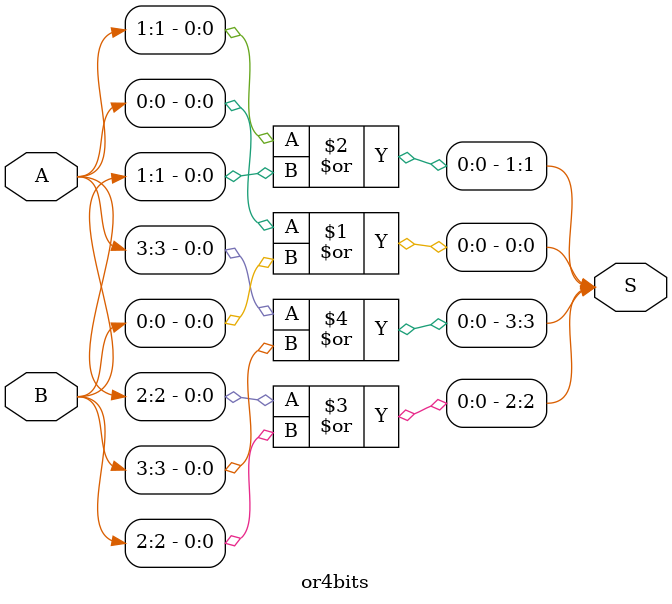
<source format=v>

module or4bits (
    output [3:0] S,
    input  [3:0] A,
    input  [3:0] B
);

	// Instanciando uma porta OR para cada bit
	or or0(S[0], A[0], B[0]);
	or or1(S[1], A[1], B[1]);
	or or2(S[2], A[2], B[2]);
	or or3(S[3], A[3], B[3]);
 
endmodule
</source>
